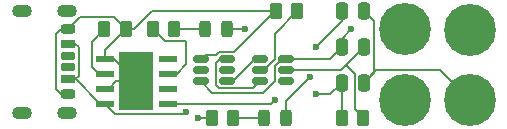
<source format=gbr>
%TF.GenerationSoftware,KiCad,Pcbnew,8.0.6*%
%TF.CreationDate,2025-04-05T03:11:41-05:00*%
%TF.ProjectId,battery protection board,62617474-6572-4792-9070-726f74656374,rev?*%
%TF.SameCoordinates,Original*%
%TF.FileFunction,Copper,L1,Top*%
%TF.FilePolarity,Positive*%
%FSLAX46Y46*%
G04 Gerber Fmt 4.6, Leading zero omitted, Abs format (unit mm)*
G04 Created by KiCad (PCBNEW 8.0.6) date 2025-04-05 03:11:41*
%MOMM*%
%LPD*%
G01*
G04 APERTURE LIST*
G04 Aperture macros list*
%AMRoundRect*
0 Rectangle with rounded corners*
0 $1 Rounding radius*
0 $2 $3 $4 $5 $6 $7 $8 $9 X,Y pos of 4 corners*
0 Add a 4 corners polygon primitive as box body*
4,1,4,$2,$3,$4,$5,$6,$7,$8,$9,$2,$3,0*
0 Add four circle primitives for the rounded corners*
1,1,$1+$1,$2,$3*
1,1,$1+$1,$4,$5*
1,1,$1+$1,$6,$7*
1,1,$1+$1,$8,$9*
0 Add four rect primitives between the rounded corners*
20,1,$1+$1,$2,$3,$4,$5,0*
20,1,$1+$1,$4,$5,$6,$7,0*
20,1,$1+$1,$6,$7,$8,$9,0*
20,1,$1+$1,$8,$9,$2,$3,0*%
G04 Aperture macros list end*
%TA.AperFunction,ComponentPad*%
%ADD10C,4.400000*%
%TD*%
%TA.AperFunction,SMDPad,CuDef*%
%ADD11RoundRect,0.150000X-0.512500X-0.150000X0.512500X-0.150000X0.512500X0.150000X-0.512500X0.150000X0*%
%TD*%
%TA.AperFunction,SMDPad,CuDef*%
%ADD12R,1.550000X0.600000*%
%TD*%
%TA.AperFunction,SMDPad,CuDef*%
%ADD13R,2.950000X4.900000*%
%TD*%
%TA.AperFunction,SMDPad,CuDef*%
%ADD14RoundRect,0.250000X-0.262500X-0.450000X0.262500X-0.450000X0.262500X0.450000X-0.262500X0.450000X0*%
%TD*%
%TA.AperFunction,SMDPad,CuDef*%
%ADD15RoundRect,0.250000X0.262500X0.450000X-0.262500X0.450000X-0.262500X-0.450000X0.262500X-0.450000X0*%
%TD*%
%TA.AperFunction,SMDPad,CuDef*%
%ADD16RoundRect,0.175000X-0.425000X0.175000X-0.425000X-0.175000X0.425000X-0.175000X0.425000X0.175000X0*%
%TD*%
%TA.AperFunction,SMDPad,CuDef*%
%ADD17RoundRect,0.190000X0.410000X-0.190000X0.410000X0.190000X-0.410000X0.190000X-0.410000X-0.190000X0*%
%TD*%
%TA.AperFunction,SMDPad,CuDef*%
%ADD18RoundRect,0.200000X0.400000X-0.200000X0.400000X0.200000X-0.400000X0.200000X-0.400000X-0.200000X0*%
%TD*%
%TA.AperFunction,SMDPad,CuDef*%
%ADD19RoundRect,0.175000X0.425000X-0.175000X0.425000X0.175000X-0.425000X0.175000X-0.425000X-0.175000X0*%
%TD*%
%TA.AperFunction,SMDPad,CuDef*%
%ADD20RoundRect,0.190000X-0.410000X0.190000X-0.410000X-0.190000X0.410000X-0.190000X0.410000X0.190000X0*%
%TD*%
%TA.AperFunction,SMDPad,CuDef*%
%ADD21RoundRect,0.200000X-0.400000X0.200000X-0.400000X-0.200000X0.400000X-0.200000X0.400000X0.200000X0*%
%TD*%
%TA.AperFunction,ComponentPad*%
%ADD22O,1.700000X1.100000*%
%TD*%
%TA.AperFunction,SMDPad,CuDef*%
%ADD23RoundRect,0.243750X-0.243750X-0.456250X0.243750X-0.456250X0.243750X0.456250X-0.243750X0.456250X0*%
%TD*%
%TA.AperFunction,SMDPad,CuDef*%
%ADD24RoundRect,0.250000X-0.250000X-0.475000X0.250000X-0.475000X0.250000X0.475000X-0.250000X0.475000X0*%
%TD*%
%TA.AperFunction,SMDPad,CuDef*%
%ADD25RoundRect,0.250000X0.250000X0.475000X-0.250000X0.475000X-0.250000X-0.475000X0.250000X-0.475000X0*%
%TD*%
%TA.AperFunction,ViaPad*%
%ADD26C,0.600000*%
%TD*%
%TA.AperFunction,Conductor*%
%ADD27C,0.200000*%
%TD*%
G04 APERTURE END LIST*
D10*
%TO.P,O-,1,1*%
%TO.N,OUT-*%
X173500000Y-98500000D03*
%TD*%
%TO.P,O+,1,1*%
%TO.N,B+*%
X173500000Y-92550000D03*
%TD*%
D11*
%TO.P,U3,1,S1*%
%TO.N,OUT-*%
X150725000Y-95000000D03*
%TO.P,U3,2,D1/2*%
%TO.N,unconnected-(U3-D1{slash}2-Pad2)*%
X150725000Y-95950000D03*
%TO.P,U3,3,S2*%
%TO.N,B-*%
X150725000Y-96900000D03*
%TO.P,U3,4,G2*%
%TO.N,Net-(U2-OD)*%
X153000000Y-96900000D03*
%TO.P,U3,5,D1/2*%
%TO.N,unconnected-(U3-D1{slash}2-Pad5)*%
X153000000Y-95950000D03*
%TO.P,U3,6,G1*%
%TO.N,Net-(U2-OC)*%
X153000000Y-95000000D03*
%TD*%
%TO.P,U2,1,OD*%
%TO.N,Net-(U2-OD)*%
X155725000Y-95000000D03*
%TO.P,U2,2,CS*%
%TO.N,Net-(U2-CS)*%
X155725000Y-95950000D03*
%TO.P,U2,3,OC*%
%TO.N,Net-(U2-OC)*%
X155725000Y-96900000D03*
%TO.P,U2,4,TD*%
%TO.N,unconnected-(U2-TD-Pad4)*%
X158000000Y-96900000D03*
%TO.P,U2,5,VCC*%
%TO.N,Net-(U2-VCC)*%
X158000000Y-95950000D03*
%TO.P,U2,6,GND*%
%TO.N,B-*%
X158000000Y-95000000D03*
%TD*%
D12*
%TO.P,U1,1,TEMP*%
%TO.N,OUT-*%
X142600000Y-95000000D03*
%TO.P,U1,2,PROG*%
%TO.N,Net-(U1-PROG)*%
X142600000Y-96270000D03*
%TO.P,U1,3,GND*%
%TO.N,OUT-*%
X142600000Y-97540000D03*
%TO.P,U1,4,VCC*%
%TO.N,Net-(D1-A)*%
X142600000Y-98810000D03*
%TO.P,U1,5,BAT*%
%TO.N,B+*%
X148000000Y-98810000D03*
%TO.P,U1,6,STDBY*%
%TO.N,Net-(U1-STDBY)*%
X148000000Y-97540000D03*
%TO.P,U1,7,CHRG*%
%TO.N,Net-(U1-CHRG)*%
X148000000Y-96270000D03*
%TO.P,U1,8,CE*%
%TO.N,Net-(D1-A)*%
X148000000Y-95000000D03*
D13*
%TO.P,U1,9,EP*%
%TO.N,OUT-*%
X145300000Y-96905000D03*
%TD*%
D14*
%TO.P,R5,1*%
%TO.N,B+*%
X162675000Y-100000000D03*
%TO.P,R5,2*%
%TO.N,Net-(U2-VCC)*%
X164500000Y-100000000D03*
%TD*%
D15*
%TO.P,R4,1*%
%TO.N,Net-(U2-CS)*%
X158912500Y-91000000D03*
%TO.P,R4,2*%
%TO.N,OUT-*%
X157087500Y-91000000D03*
%TD*%
D14*
%TO.P,R3,1*%
%TO.N,Net-(U1-STDBY)*%
X151675000Y-100000000D03*
%TO.P,R3,2*%
%TO.N,Net-(D1-K)*%
X153500000Y-100000000D03*
%TD*%
%TO.P,R2,1*%
%TO.N,Net-(U1-PROG)*%
X142587500Y-92500000D03*
%TO.P,R2,2*%
%TO.N,OUT-*%
X144412500Y-92500000D03*
%TD*%
%TO.P,R1,1*%
%TO.N,Net-(U1-CHRG)*%
X146675000Y-92500000D03*
%TO.P,R1,2*%
%TO.N,Net-(D2-K)*%
X148500000Y-92500000D03*
%TD*%
D16*
%TO.P,J1,A5,CC1*%
%TO.N,unconnected-(J1-CC1-PadA5)*%
X139500000Y-94750000D03*
D17*
%TO.P,J1,A9,VBUS*%
%TO.N,Net-(D1-A)*%
X139500000Y-96770000D03*
D18*
%TO.P,J1,A12,GND*%
%TO.N,OUT-*%
X139500000Y-98000000D03*
D19*
%TO.P,J1,B5,CC2*%
%TO.N,unconnected-(J1-CC2-PadB5)*%
X139500000Y-95750000D03*
D20*
%TO.P,J1,B9,VBUS*%
%TO.N,Net-(D1-A)*%
X139500000Y-93730000D03*
D21*
%TO.P,J1,B12,GND*%
%TO.N,OUT-*%
X139500000Y-92500000D03*
D22*
%TO.P,J1,S1,SHIELD*%
%TO.N,unconnected-(J1-SHIELD-PadS1)*%
X139420000Y-90930000D03*
X135620000Y-90930000D03*
X139420000Y-99570000D03*
X135620000Y-99570000D03*
%TD*%
D10*
%TO.P,B-,1,1*%
%TO.N,B-*%
X168000000Y-92500000D03*
%TD*%
%TO.P,B+,1,1*%
%TO.N,B+*%
X168000000Y-98500000D03*
%TD*%
D23*
%TO.P,D2,1,K*%
%TO.N,Net-(D2-K)*%
X151062500Y-92500000D03*
%TO.P,D2,2,A*%
%TO.N,Net-(D1-A)*%
X152937500Y-92500000D03*
%TD*%
%TO.P,D1,1,K*%
%TO.N,Net-(D1-K)*%
X156062500Y-100000000D03*
%TO.P,D1,2,A*%
%TO.N,Net-(D1-A)*%
X157937500Y-100000000D03*
%TD*%
D24*
%TO.P,C3,1*%
%TO.N,B+*%
X162672500Y-97025000D03*
%TO.P,C3,2*%
%TO.N,OUT-*%
X164572500Y-97025000D03*
%TD*%
D25*
%TO.P,C2,1*%
%TO.N,Net-(U2-VCC)*%
X164572500Y-94015000D03*
%TO.P,C2,2*%
%TO.N,B-*%
X162672500Y-94015000D03*
%TD*%
D24*
%TO.P,C1,1*%
%TO.N,Net-(D1-A)*%
X162672500Y-91005000D03*
%TO.P,C1,2*%
%TO.N,OUT-*%
X164572500Y-91005000D03*
%TD*%
D26*
%TO.N,OUT-*%
X164500000Y-91000000D03*
X157000000Y-91000000D03*
%TO.N,B+*%
X162672500Y-97025000D03*
%TO.N,B-*%
X163500000Y-92500000D03*
%TO.N,Net-(U1-STDBY)*%
X148000000Y-97540000D03*
X150500000Y-100000000D03*
%TO.N,B+*%
X160500000Y-98000000D03*
X157000000Y-98500000D03*
%TO.N,Net-(D1-A)*%
X149500000Y-99500000D03*
X148000000Y-95000000D03*
X154500000Y-92500000D03*
X160000000Y-96550000D03*
X160500000Y-94000000D03*
%TD*%
D27*
%TO.N,OUT-*%
X171000000Y-96000000D02*
X173500000Y-98500000D01*
X165597500Y-96000000D02*
X171000000Y-96000000D01*
X164572500Y-97025000D02*
X165597500Y-96000000D01*
%TO.N,B-*%
X162672500Y-93327500D02*
X163500000Y-92500000D01*
X162672500Y-94015000D02*
X162672500Y-93327500D01*
%TO.N,OUT-*%
X143412500Y-91500000D02*
X144412500Y-92500000D01*
X140500000Y-91500000D02*
X143412500Y-91500000D01*
X139500000Y-92500000D02*
X140500000Y-91500000D01*
%TO.N,Net-(D1-A)*%
X140150000Y-96770000D02*
X139500000Y-96770000D01*
X142190000Y-98810000D02*
X140150000Y-96770000D01*
X142600000Y-98810000D02*
X142190000Y-98810000D01*
X140400000Y-94030000D02*
X140400000Y-96470000D01*
X140100000Y-96770000D02*
X139500000Y-96770000D01*
X140400000Y-96470000D02*
X140100000Y-96770000D01*
X139500000Y-93730000D02*
X140100000Y-93730000D01*
X140100000Y-93730000D02*
X140400000Y-94030000D01*
%TO.N,OUT-*%
X138900000Y-98000000D02*
X139500000Y-98000000D01*
X138900000Y-92500000D02*
X138500000Y-92900000D01*
X138500000Y-92900000D02*
X138500000Y-97600000D01*
X138500000Y-97600000D02*
X138900000Y-98000000D01*
X139500000Y-92500000D02*
X138900000Y-92500000D01*
X142600000Y-94312500D02*
X144412500Y-92500000D01*
X142600000Y-95000000D02*
X142600000Y-94312500D01*
%TO.N,Net-(U1-PROG)*%
X141525000Y-95670000D02*
X142125000Y-96270000D01*
X142587500Y-92500000D02*
X141525000Y-93562500D01*
X141525000Y-93562500D02*
X141525000Y-95670000D01*
X142125000Y-96270000D02*
X142600000Y-96270000D01*
%TO.N,OUT-*%
X145100000Y-92500000D02*
X146600000Y-91000000D01*
X144412500Y-92500000D02*
X145100000Y-92500000D01*
%TO.N,Net-(U1-STDBY)*%
X151675000Y-100000000D02*
X150500000Y-100000000D01*
%TO.N,B+*%
X161697500Y-98000000D02*
X162672500Y-97025000D01*
X160500000Y-98000000D02*
X161697500Y-98000000D01*
X156690000Y-98810000D02*
X157000000Y-98500000D01*
X148000000Y-98810000D02*
X156690000Y-98810000D01*
%TO.N,Net-(D1-A)*%
X143445000Y-99655000D02*
X149345000Y-99655000D01*
X149345000Y-99655000D02*
X149500000Y-99500000D01*
X142600000Y-98810000D02*
X143445000Y-99655000D01*
%TO.N,Net-(U1-CHRG)*%
X147675000Y-93500000D02*
X146675000Y-92500000D01*
X149500000Y-95500000D02*
X149500000Y-93500000D01*
X148730000Y-96270000D02*
X149500000Y-95500000D01*
X148000000Y-96270000D02*
X148730000Y-96270000D01*
X149500000Y-93500000D02*
X147675000Y-93500000D01*
%TO.N,OUT-*%
X142960000Y-97540000D02*
X143595000Y-96905000D01*
X142600000Y-97540000D02*
X142960000Y-97540000D01*
X143595000Y-96905000D02*
X145300000Y-96905000D01*
X143395000Y-95000000D02*
X145300000Y-96905000D01*
X142600000Y-95000000D02*
X143395000Y-95000000D01*
%TO.N,Net-(D1-A)*%
X152937500Y-92500000D02*
X154500000Y-92500000D01*
%TO.N,Net-(D2-K)*%
X151062500Y-92500000D02*
X148500000Y-92500000D01*
%TO.N,OUT-*%
X157000000Y-91000000D02*
X157087500Y-91000000D01*
X152296948Y-94400000D02*
X153600000Y-94400000D01*
X152037500Y-94659448D02*
X152296948Y-94400000D01*
X153600000Y-94400000D02*
X157000000Y-91000000D01*
X150725000Y-95000000D02*
X151065552Y-94659448D01*
X151065552Y-94659448D02*
X152037500Y-94659448D01*
%TO.N,Net-(D1-K)*%
X153500000Y-100000000D02*
X156062500Y-100000000D01*
%TO.N,Net-(D1-A)*%
X157937500Y-98612500D02*
X160000000Y-96550000D01*
X157937500Y-100000000D02*
X157937500Y-98612500D01*
%TO.N,Net-(U2-VCC)*%
X163772500Y-96272500D02*
X163043750Y-95543750D01*
X163772500Y-99272500D02*
X163772500Y-96272500D01*
X163043750Y-95543750D02*
X164572500Y-94015000D01*
X162637500Y-95950000D02*
X163043750Y-95543750D01*
X164500000Y-100000000D02*
X163772500Y-99272500D01*
%TO.N,B+*%
X162672500Y-99997500D02*
X162675000Y-100000000D01*
X162672500Y-97025000D02*
X162672500Y-99997500D01*
%TO.N,Net-(U2-CS)*%
X157000000Y-92912500D02*
X158912500Y-91000000D01*
X157000000Y-95028052D02*
X157000000Y-92912500D01*
X156078052Y-95950000D02*
X157000000Y-95028052D01*
X155725000Y-95950000D02*
X156078052Y-95950000D01*
%TO.N,B-*%
X157037500Y-95609448D02*
X157037500Y-96890552D01*
X157037500Y-96890552D02*
X156028052Y-97900000D01*
X151725000Y-97900000D02*
X150725000Y-96900000D01*
X157646948Y-95000000D02*
X157037500Y-95609448D01*
X156028052Y-97900000D02*
X151725000Y-97900000D01*
X158000000Y-95000000D02*
X157646948Y-95000000D01*
%TO.N,Net-(U2-OD)*%
X155371948Y-95000000D02*
X155725000Y-95000000D01*
X153471948Y-96900000D02*
X155371948Y-95000000D01*
X153000000Y-96900000D02*
X153471948Y-96900000D01*
%TO.N,Net-(U2-OC)*%
X152296948Y-97500000D02*
X155125000Y-97500000D01*
X152000000Y-95337501D02*
X152000000Y-97203052D01*
X152337501Y-95000000D02*
X152000000Y-95337501D01*
X152000000Y-97203052D02*
X152296948Y-97500000D01*
X153000000Y-95000000D02*
X152337501Y-95000000D01*
X155125000Y-97500000D02*
X155725000Y-96900000D01*
%TO.N,Net-(D1-A)*%
X162672500Y-91827500D02*
X160500000Y-94000000D01*
X162672500Y-91005000D02*
X162672500Y-91827500D01*
%TO.N,OUT-*%
X165372500Y-91805000D02*
X164572500Y-91005000D01*
X164572500Y-97025000D02*
X165372500Y-96225000D01*
X165372500Y-96225000D02*
X165372500Y-91805000D01*
%TO.N,Net-(U2-VCC)*%
X158000000Y-95950000D02*
X162637500Y-95950000D01*
%TO.N,B-*%
X162672500Y-94015000D02*
X161687500Y-95000000D01*
X161687500Y-95000000D02*
X158000000Y-95000000D01*
%TO.N,OUT-*%
X146600000Y-91000000D02*
X157087500Y-91000000D01*
%TD*%
M02*

</source>
